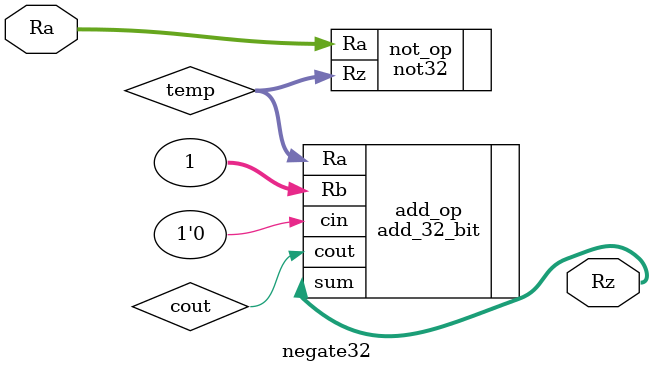
<source format=v>
`timescale 1ns / 1ps

module negate32(
	input wire [31:0] Ra,
	output wire [31:0] Rz
	);
	
	wire [31:0] temp; 
	wire cout;
	not32 not_op(.Ra(Ra),.Rz(temp));
	add_32_bit add_op(.Ra(temp), .Rb(32'd1), .cin(1'd0),.sum(Rz), .cout(cout));
	
endmodule
</source>
